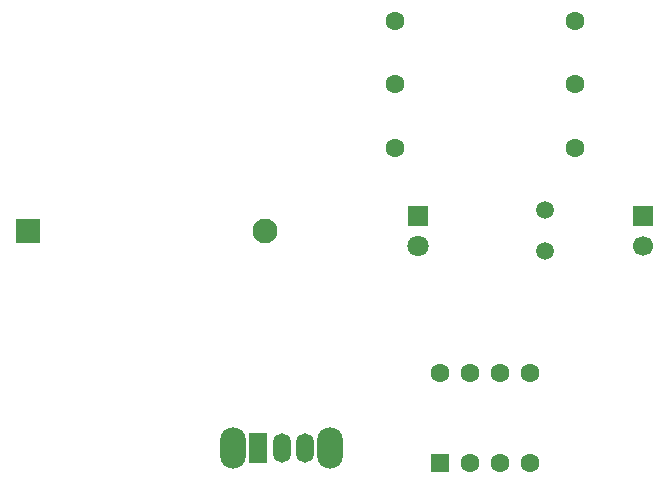
<source format=gbr>
%TF.GenerationSoftware,KiCad,Pcbnew,9.0.5*%
%TF.CreationDate,2025-11-04T10:45:24+05:30*%
%TF.ProjectId,digital_diya,64696769-7461-46c5-9f64-6979612e6b69,rev?*%
%TF.SameCoordinates,Original*%
%TF.FileFunction,Soldermask,Top*%
%TF.FilePolarity,Negative*%
%FSLAX46Y46*%
G04 Gerber Fmt 4.6, Leading zero omitted, Abs format (unit mm)*
G04 Created by KiCad (PCBNEW 9.0.5) date 2025-11-04 10:45:24*
%MOMM*%
%LPD*%
G01*
G04 APERTURE LIST*
G04 Aperture macros list*
%AMRoundRect*
0 Rectangle with rounded corners*
0 $1 Rounding radius*
0 $2 $3 $4 $5 $6 $7 $8 $9 X,Y pos of 4 corners*
0 Add a 4 corners polygon primitive as box body*
4,1,4,$2,$3,$4,$5,$6,$7,$8,$9,$2,$3,0*
0 Add four circle primitives for the rounded corners*
1,1,$1+$1,$2,$3*
1,1,$1+$1,$4,$5*
1,1,$1+$1,$6,$7*
1,1,$1+$1,$8,$9*
0 Add four rect primitives between the rounded corners*
20,1,$1+$1,$2,$3,$4,$5,0*
20,1,$1+$1,$4,$5,$6,$7,0*
20,1,$1+$1,$6,$7,$8,$9,0*
20,1,$1+$1,$8,$9,$2,$3,0*%
G04 Aperture macros list end*
%ADD10RoundRect,0.250000X0.550000X-0.550000X0.550000X0.550000X-0.550000X0.550000X-0.550000X-0.550000X0*%
%ADD11C,1.600000*%
%ADD12C,1.500000*%
%ADD13O,2.200000X3.500000*%
%ADD14R,1.500000X2.500000*%
%ADD15O,1.500000X2.500000*%
%ADD16R,1.700000X1.700000*%
%ADD17C,1.700000*%
%ADD18R,2.100000X2.100000*%
%ADD19C,2.100000*%
%ADD20R,1.800000X1.800000*%
%ADD21C,1.800000*%
G04 APERTURE END LIST*
D10*
%TO.C,U1*%
X152400000Y-96515000D03*
D11*
X154940000Y-96515000D03*
X157480000Y-96515000D03*
X160020000Y-96515000D03*
X160020000Y-88895000D03*
X157480000Y-88895000D03*
X154940000Y-88895000D03*
X152400000Y-88895000D03*
%TD*%
D12*
%TO.C,R2*%
X161225022Y-75135000D03*
X161225022Y-78535000D03*
%TD*%
D11*
%TO.C,R1*%
X148590000Y-69850000D03*
X163830000Y-69850000D03*
%TD*%
D13*
%TO.C,SW2*%
X134870000Y-95250000D03*
X143070000Y-95250000D03*
D14*
X136970000Y-95250000D03*
D15*
X138970000Y-95250000D03*
X140970000Y-95250000D03*
%TD*%
D16*
%TO.C,MK1*%
X169545000Y-75560000D03*
D17*
X169545000Y-78100000D03*
%TD*%
D11*
%TO.C,R4*%
X148590000Y-64452500D03*
X163830000Y-64452500D03*
%TD*%
%TO.C,R3*%
X148590000Y-59055000D03*
X163830000Y-59055000D03*
%TD*%
D18*
%TO.C,BT1*%
X117520914Y-76835000D03*
D19*
X137520914Y-76835000D03*
%TD*%
D20*
%TO.C,D1*%
X150495000Y-75560000D03*
D21*
X150495000Y-78100000D03*
%TD*%
M02*

</source>
